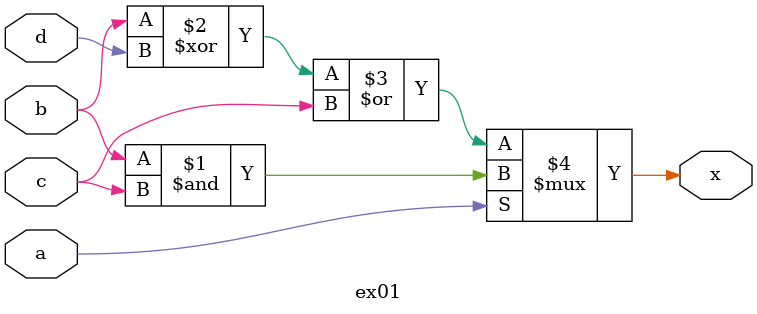
<source format=sv>
module ex01(input a, b, c, d, output x);
    assign x = a ? b & c : (b ^ d) | c;
endmodule
</source>
